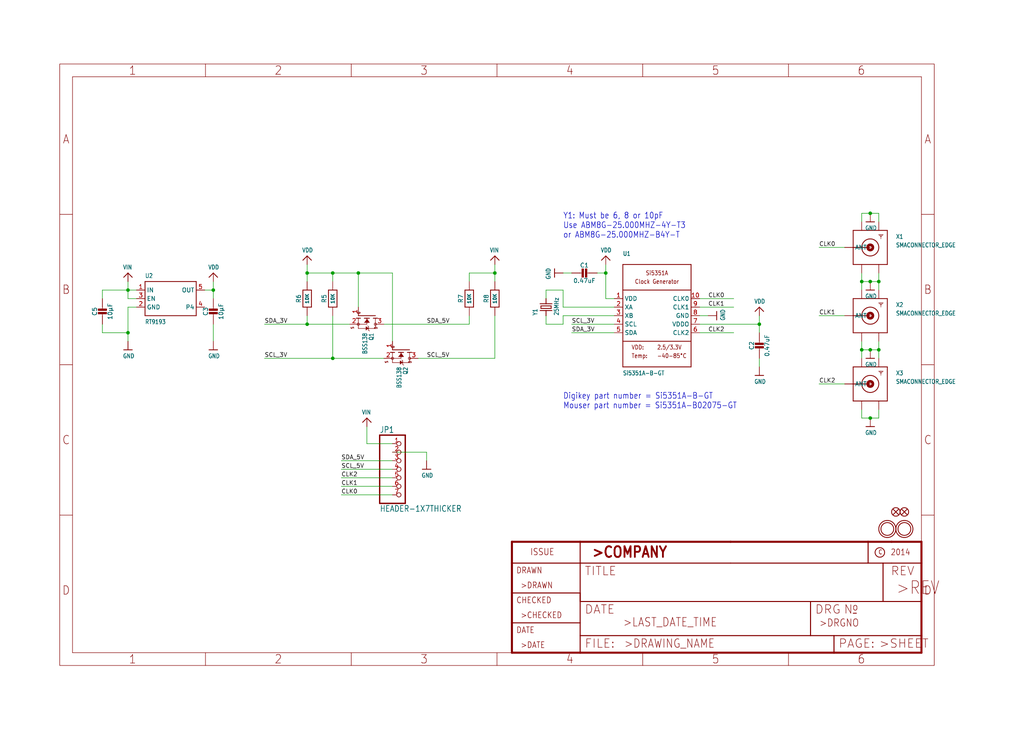
<source format=kicad_sch>
(kicad_sch (version 20211123) (generator eeschema)
  (paper "User" 304.851 217.881)
  (lib_symbols
    (symbol "eagleSchem-eagle-import:CAP_CERAMIC0805-NOOUTLINE"
      (property "Reference" "C" (at -2.29 1.25 90))
      (property "Value" "CAP_CERAMIC0805-NOOUTLINE" (at 2.3 1.25 90))
      (symbol "CAP_CERAMIC0805-NOOUTLINE_1_0"
        (rectangle (start -1.27 0.508) (end 1.27 1.016) (fill (type outline)))
        (rectangle (start -1.27 1.524) (end 1.27 2.032) (fill (type outline)))
        (polyline (pts (xy 0 0.762) (xy 0 0)) (stroke (width 0.1524)))
        (polyline (pts (xy 0 2.54) (xy 0 1.778)) (stroke (width 0.1524)))
        (pin passive line (at 0 5.08 270) (length 2.54) (name "1") (number "1"))
        (pin passive line (at 0 -2.54 90) (length 2.54) (name "2") (number "2"))
      )
    )
    (symbol "eagleSchem-eagle-import:CRYSTAL3.2X2.5"
      (property "Reference" "Y" (at -2.54 2.54 0))
      (property "Value" "CRYSTAL3.2X2.5" (at -2.54 -3.81 0))
      (symbol "CRYSTAL3.2X2.5_1_0"
        (polyline (pts (xy -2.54 0) (xy -1.016 0)) (stroke (width 0.254)))
        (polyline (pts (xy -1.016 0) (xy -1.016 -1.778)) (stroke (width 0.254)))
        (polyline (pts (xy -1.016 1.778) (xy -1.016 0)) (stroke (width 0.254)))
        (polyline (pts (xy -0.381 -1.524) (xy 0.381 -1.524)) (stroke (width 0.254)))
        (polyline (pts (xy -0.381 1.524) (xy -0.381 -1.524)) (stroke (width 0.254)))
        (polyline (pts (xy 0.381 -1.524) (xy 0.381 1.524)) (stroke (width 0.254)))
        (polyline (pts (xy 0.381 1.524) (xy -0.381 1.524)) (stroke (width 0.254)))
        (polyline (pts (xy 1.016 0) (xy 1.016 -1.778)) (stroke (width 0.254)))
        (polyline (pts (xy 1.016 1.778) (xy 1.016 0)) (stroke (width 0.254)))
        (polyline (pts (xy 2.54 0) (xy 1.016 0)) (stroke (width 0.254)))
        (pin passive line (at -2.54 0 0) (length 0) (name "1") (number "1"))
        (pin passive line (at 2.54 0 180) (length 0) (name "2") (number "2"))
      )
    )
    (symbol "eagleSchem-eagle-import:FIDUCIAL{dblquote}{dblquote}"
      (symbol "FIDUCIAL{dblquote}{dblquote}_1_0"
        (polyline (pts (xy -0.762 0.762) (xy 0.762 -0.762)) (stroke (width 0.254)))
        (polyline (pts (xy 0.762 0.762) (xy -0.762 -0.762)) (stroke (width 0.254)))
        (circle (center 0 0) (radius 1.27) (stroke (width 0.254)))
      )
    )
    (symbol "eagleSchem-eagle-import:FRAME_A4"
      (symbol "FRAME_A4_1_0"
        (polyline (pts (xy 0 44.7675) (xy 3.81 44.7675)))
        (polyline (pts (xy 0 89.535) (xy 3.81 89.535)))
        (polyline (pts (xy 0 134.3025) (xy 3.81 134.3025)))
        (polyline (pts (xy 3.81 3.81) (xy 3.81 175.26)))
        (polyline (pts (xy 43.3917 0) (xy 43.3917 3.81)))
        (polyline (pts (xy 43.3917 175.26) (xy 43.3917 179.07)))
        (polyline (pts (xy 86.7833 0) (xy 86.7833 3.81)))
        (polyline (pts (xy 86.7833 175.26) (xy 86.7833 179.07)))
        (polyline (pts (xy 130.175 0) (xy 130.175 3.81)))
        (polyline (pts (xy 130.175 175.26) (xy 130.175 179.07)))
        (polyline (pts (xy 173.5667 0) (xy 173.5667 3.81)))
        (polyline (pts (xy 173.5667 175.26) (xy 173.5667 179.07)))
        (polyline (pts (xy 216.9583 0) (xy 216.9583 3.81)))
        (polyline (pts (xy 216.9583 175.26) (xy 216.9583 179.07)))
        (polyline (pts (xy 256.54 3.81) (xy 3.81 3.81)))
        (polyline (pts (xy 256.54 3.81) (xy 256.54 8.89)) (stroke (width 0.1016)))
        (polyline (pts (xy 256.54 3.81) (xy 256.54 175.26)))
        (polyline (pts (xy 256.54 8.89) (xy 256.54 13.97)) (stroke (width 0.1016)))
        (polyline (pts (xy 256.54 13.97) (xy 256.54 19.05)) (stroke (width 0.1016)))
        (polyline (pts (xy 256.54 19.05) (xy 256.54 36.83)) (stroke (width 0.1016)))
        (polyline (pts (xy 256.54 44.7675) (xy 260.35 44.7675)))
        (polyline (pts (xy 256.54 89.535) (xy 260.35 89.535)))
        (polyline (pts (xy 256.54 134.3025) (xy 260.35 134.3025)))
        (polyline (pts (xy 256.54 175.26) (xy 3.81 175.26)))
        (polyline (pts (xy 0 0) (xy 260.35 0) (xy 260.35 179.07) (xy 0 179.07) (xy 0 0)))
        (text "1" (at 21.6958 1.905 0) (effects (font (size 2.54 2.286))))
        (text "1" (at 21.6958 177.165 0) (effects (font (size 2.54 2.286))))
        (text "2" (at 65.0875 1.905 0) (effects (font (size 2.54 2.286))))
        (text "2" (at 65.0875 177.165 0) (effects (font (size 2.54 2.286))))
        (text "3" (at 108.4792 1.905 0) (effects (font (size 2.54 2.286))))
        (text "3" (at 108.4792 177.165 0) (effects (font (size 2.54 2.286))))
        (text "4" (at 151.8708 1.905 0) (effects (font (size 2.54 2.286))))
        (text "4" (at 151.8708 177.165 0) (effects (font (size 2.54 2.286))))
        (text "5" (at 195.2625 1.905 0) (effects (font (size 2.54 2.286))))
        (text "5" (at 195.2625 177.165 0) (effects (font (size 2.54 2.286))))
        (text "6" (at 238.6542 1.905 0) (effects (font (size 2.54 2.286))))
        (text "6" (at 238.6542 177.165 0) (effects (font (size 2.54 2.286))))
        (text "A" (at 1.905 156.6863 0) (effects (font (size 2.54 2.286))))
        (text "A" (at 258.445 156.6863 0) (effects (font (size 2.54 2.286))))
        (text "B" (at 1.905 111.9188 0) (effects (font (size 2.54 2.286))))
        (text "B" (at 258.445 111.9188 0) (effects (font (size 2.54 2.286))))
        (text "C" (at 1.905 67.1513 0) (effects (font (size 2.54 2.286))))
        (text "C" (at 258.445 67.1513 0) (effects (font (size 2.54 2.286))))
        (text "D" (at 1.905 22.3838 0) (effects (font (size 2.54 2.286))))
        (text "D" (at 258.445 22.3838 0) (effects (font (size 2.54 2.286))))
      )
      (symbol "FRAME_A4_2_0"
        (polyline (pts (xy 0 1.27) (xy 20.32 1.27)) (stroke (width 0.6096)))
        (polyline (pts (xy 0 10.16) (xy 0 1.27)) (stroke (width 0.6096)))
        (polyline (pts (xy 0 10.16) (xy 20.32 10.16)) (stroke (width 0.3048)))
        (polyline (pts (xy 0 19.05) (xy 0 10.16)) (stroke (width 0.6096)))
        (polyline (pts (xy 0 19.05) (xy 20.32 19.05)) (stroke (width 0.3048)))
        (polyline (pts (xy 0 27.94) (xy 0 19.05)) (stroke (width 0.6096)))
        (polyline (pts (xy 0 27.94) (xy 20.32 27.94)) (stroke (width 0.3048)))
        (polyline (pts (xy 0 34.29) (xy 0 27.94)) (stroke (width 0.6096)))
        (polyline (pts (xy 20.32 1.27) (xy 20.32 6.35)) (stroke (width 0.3048)))
        (polyline (pts (xy 20.32 1.27) (xy 95.885 1.27)) (stroke (width 0.6096)))
        (polyline (pts (xy 20.32 6.35) (xy 20.32 10.16)) (stroke (width 0.3048)))
        (polyline (pts (xy 20.32 6.35) (xy 88.9 6.35)) (stroke (width 0.3048)))
        (polyline (pts (xy 20.32 10.16) (xy 20.32 19.05)) (stroke (width 0.3048)))
        (polyline (pts (xy 20.32 16.51) (xy 20.32 19.05)) (stroke (width 0.3048)))
        (polyline (pts (xy 20.32 19.05) (xy 20.32 27.94)) (stroke (width 0.3048)))
        (polyline (pts (xy 20.32 27.94) (xy 20.32 34.29)) (stroke (width 0.3048)))
        (polyline (pts (xy 20.32 27.94) (xy 65.0875 27.94)) (stroke (width 0.3048)))
        (polyline (pts (xy 20.32 34.29) (xy 0 34.29)) (stroke (width 0.6096)))
        (polyline (pts (xy 65.0875 27.94) (xy 106.045 27.94)) (stroke (width 0.3048)))
        (polyline (pts (xy 65.0875 34.29) (xy 20.32 34.29)) (stroke (width 0.6096)))
        (polyline (pts (xy 88.9 6.35) (xy 95.885 6.35)) (stroke (width 0.3048)))
        (polyline (pts (xy 88.9 16.51) (xy 20.32 16.51)) (stroke (width 0.3048)))
        (polyline (pts (xy 88.9 16.51) (xy 88.9 6.35)) (stroke (width 0.3048)))
        (polyline (pts (xy 95.885 1.27) (xy 121.92 1.27)) (stroke (width 0.6096)))
        (polyline (pts (xy 95.885 6.35) (xy 95.885 1.27)) (stroke (width 0.3048)))
        (polyline (pts (xy 95.885 6.35) (xy 121.92 6.35)) (stroke (width 0.3048)))
        (polyline (pts (xy 101.6 13.0175) (xy 102.5525 13.0175)) (stroke (width 0.254)))
        (polyline (pts (xy 106.045 27.94) (xy 106.045 34.29)) (stroke (width 0.3048)))
        (polyline (pts (xy 106.045 27.94) (xy 110.49 27.94)) (stroke (width 0.3048)))
        (polyline (pts (xy 106.045 34.29) (xy 65.0875 34.29)) (stroke (width 0.6096)))
        (polyline (pts (xy 110.49 16.51) (xy 88.9 16.51)) (stroke (width 0.3048)))
        (polyline (pts (xy 110.49 27.94) (xy 110.49 16.51)) (stroke (width 0.3048)))
        (polyline (pts (xy 110.49 27.94) (xy 113.03 27.94)) (stroke (width 0.3048)))
        (polyline (pts (xy 113.03 27.94) (xy 121.92 27.94)) (stroke (width 0.3048)))
        (polyline (pts (xy 113.03 34.29) (xy 106.045 34.29)) (stroke (width 0.6096)))
        (polyline (pts (xy 121.92 6.35) (xy 121.92 1.27)) (stroke (width 0.6096)))
        (polyline (pts (xy 121.92 16.51) (xy 110.49 16.51)) (stroke (width 0.3048)))
        (polyline (pts (xy 121.92 16.51) (xy 121.92 6.35)) (stroke (width 0.6096)))
        (polyline (pts (xy 121.92 27.94) (xy 121.92 16.51)) (stroke (width 0.6096)))
        (polyline (pts (xy 121.92 34.29) (xy 113.03 34.29)) (stroke (width 0.6096)))
        (polyline (pts (xy 121.92 34.29) (xy 121.92 27.94)) (stroke (width 0.6096)))
        (circle (center 109.5375 31.115) (radius 1.4199) (stroke (width 0.254)))
        (text "2014" (at 112.7125 30.1625 0) (effects (font (size 1.778 1.5113)) (justify left bottom)))
        (text ">CHECKED" (at 2.54 11.43 0) (effects (font (size 1.778 1.5113)) (justify left bottom)))
        (text ">COMPANY" (at 23.6538 29.3687 0) (effects (font (size 3.175 2.6987) (thickness 0.5397) bold) (justify left bottom)))
        (text ">DATE" (at 2.54 2.54 0) (effects (font (size 1.778 1.5113)) (justify left bottom)))
        (text ">DRAWING_NAME" (at 33.3375 2.54 0) (effects (font (size 2.54 2.159)) (justify left bottom)))
        (text ">DRAWN" (at 2.54 20.32 0) (effects (font (size 1.778 1.5113)) (justify left bottom)))
        (text ">DRGNO" (at 91.44 8.89 0) (effects (font (size 2.1844 1.8567)) (justify left bottom)))
        (text ">LAST_DATE_TIME" (at 33.02 8.89 0) (effects (font (size 2.54 2.159)) (justify left bottom)))
        (text ">REV" (at 114.3 18.415 0) (effects (font (size 3.81 3.2385)) (justify left bottom)))
        (text ">SHEET" (at 109.22 2.54 0) (effects (font (size 2.54 2.54)) (justify left bottom)))
        (text "C" (at 109.0612 30.48 0) (effects (font (size 1.27 1.0795)) (justify left bottom)))
        (text "CHECKED" (at 1.27 15.875 0) (effects (font (size 1.778 1.5113)) (justify left bottom)))
        (text "DATE" (at 1.27 6.985 0) (effects (font (size 1.778 1.5113)) (justify left bottom)))
        (text "DATE" (at 21.59 12.7 0) (effects (font (size 2.54 2.54)) (justify left bottom)))
        (text "DRAWN" (at 1.27 24.765 0) (effects (font (size 1.778 1.5113)) (justify left bottom)))
        (text "DRG" (at 90.17 12.7 0) (effects (font (size 2.54 2.54)) (justify left bottom)))
        (text "FILE:" (at 21.59 2.54 0) (effects (font (size 2.54 2.54)) (justify left bottom)))
        (text "ISSUE" (at 5.3975 30.1625 0) (effects (font (size 1.9304 1.6408)) (justify left bottom)))
        (text "N" (at 98.7425 12.7 0) (effects (font (size 2.54 2.54)) (justify left bottom)))
        (text "o" (at 101.2825 13.6525 0) (effects (font (size 2.1844 1.8567)) (justify left bottom)))
        (text "PAGE:" (at 97.155 2.54 0) (effects (font (size 2.54 2.54)) (justify left bottom)))
        (text "REV" (at 112.7125 24.13 0) (effects (font (size 2.54 2.54)) (justify left bottom)))
        (text "TITLE" (at 21.59 24.13 0) (effects (font (size 2.54 2.54)) (justify left bottom)))
      )
    )
    (symbol "eagleSchem-eagle-import:GND" (power)
      (property "Value" "GND" (at -1.524 -2.54 0))
      (symbol "GND_1_0"
        (polyline (pts (xy -1.27 0) (xy 1.27 0)) (stroke (width 0.254)))
        (pin power_in line (at 0 2.54 270) (length 2.54) (name "GND") (number "1"))
      )
    )
    (symbol "eagleSchem-eagle-import:HEADER-1X7THICKER"
      (property "Reference" "JP" (at -6.35 10.795 0))
      (property "Value" "HEADER-1X7THICKER" (at -6.35 -12.7 0))
      (symbol "HEADER-1X7THICKER_1_0"
        (polyline (pts (xy -6.35 -10.16) (xy 1.27 -10.16)) (stroke (width 0.4064)))
        (polyline (pts (xy -6.35 10.16) (xy -6.35 -10.16)) (stroke (width 0.4064)))
        (polyline (pts (xy 1.27 -10.16) (xy 1.27 10.16)) (stroke (width 0.4064)))
        (polyline (pts (xy 1.27 10.16) (xy -6.35 10.16)) (stroke (width 0.4064)))
        (pin passive inverted (at -2.54 7.62 0) (length 2.54) (name "1") (number "1"))
        (pin passive inverted (at -2.54 5.08 0) (length 2.54) (name "2") (number "2"))
        (pin passive inverted (at -2.54 2.54 0) (length 2.54) (name "3") (number "3"))
        (pin passive inverted (at -2.54 0 0) (length 2.54) (name "4") (number "4"))
        (pin passive inverted (at -2.54 -2.54 0) (length 2.54) (name "5") (number "5"))
        (pin passive inverted (at -2.54 -5.08 0) (length 2.54) (name "6") (number "6"))
        (pin passive inverted (at -2.54 -7.62 0) (length 2.54) (name "7") (number "7"))
      )
    )
    (symbol "eagleSchem-eagle-import:MOSFET-NWIDE"
      (property "Reference" "Q" (at 5.08 0.635 0))
      (property "Value" "MOSFET-NWIDE" (at 5.08 -1.27 0))
      (symbol "MOSFET-NWIDE_1_0"
        (polyline (pts (xy 0 2.54) (xy 0 -2.54)) (stroke (width 0.254)))
        (polyline (pts (xy 0.762 -2.54) (xy 0.762 -3.175)) (stroke (width 0.254)))
        (polyline (pts (xy 0.762 -1.905) (xy 0.762 -2.54)) (stroke (width 0.254)))
        (polyline (pts (xy 0.762 0) (xy 0.762 -0.762)) (stroke (width 0.254)))
        (polyline (pts (xy 0.762 0) (xy 2.54 0)) (stroke (width 0.1524)))
        (polyline (pts (xy 0.762 0.762) (xy 0.762 0)) (stroke (width 0.254)))
        (polyline (pts (xy 0.762 2.54) (xy 0.762 1.905)) (stroke (width 0.254)))
        (polyline (pts (xy 0.762 2.54) (xy 3.81 2.54)) (stroke (width 0.1524)))
        (polyline (pts (xy 0.762 3.175) (xy 0.762 2.54)) (stroke (width 0.254)))
        (polyline (pts (xy 2.54 -2.54) (xy 0.762 -2.54)) (stroke (width 0.1524)))
        (polyline (pts (xy 2.54 -2.54) (xy 3.81 -2.54)) (stroke (width 0.1524)))
        (polyline (pts (xy 2.54 0) (xy 2.54 -2.54)) (stroke (width 0.1524)))
        (polyline (pts (xy 3.302 0.508) (xy 3.048 0.254)) (stroke (width 0.1524)))
        (polyline (pts (xy 3.81 0.508) (xy 3.302 0.508)) (stroke (width 0.1524)))
        (polyline (pts (xy 3.81 0.508) (xy 3.81 -2.54)) (stroke (width 0.1524)))
        (polyline (pts (xy 3.81 2.54) (xy 3.81 0.508)) (stroke (width 0.1524)))
        (polyline (pts (xy 4.318 0.508) (xy 3.81 0.508)) (stroke (width 0.1524)))
        (polyline (pts (xy 4.572 0.762) (xy 4.318 0.508)) (stroke (width 0.1524)))
        (polyline (pts (xy 1.016 0) (xy 2.032 0.762) (xy 2.032 -0.762)) (fill (type outline)))
        (polyline (pts (xy 3.81 0.508) (xy 3.302 -0.254) (xy 4.318 -0.254)) (fill (type outline)))
        (circle (center 2.54 -2.54) (radius 0.3592))
        (circle (center 2.54 2.54) (radius 0.3592))
        (text "D" (at 3.175 3.175 0) (effects (font (size 0.8128 0.6908)) (justify left bottom)))
        (text "G" (at -1.27 -1.905 0) (effects (font (size 0.8128 0.6908)) (justify left bottom)))
        (text "S" (at 3.175 -3.81 0) (effects (font (size 0.8128 0.6908)) (justify left bottom)))
        (pin bidirectional line (at -2.54 -2.54 0) (length 2.54) (name "G") (number "1"))
        (pin bidirectional line (at 2.54 -5.08 90) (length 2.54) (name "S") (number "2"))
        (pin bidirectional line (at 2.54 5.08 270) (length 2.54) (name "D") (number "3"))
      )
    )
    (symbol "eagleSchem-eagle-import:MOUNTINGHOLE2.5"
      (symbol "MOUNTINGHOLE2.5_1_0"
        (circle (center 0 0) (radius 1.905) (stroke (width 0.254)))
        (circle (center 0 0) (radius 2.54) (stroke (width 0.254)))
      )
    )
    (symbol "eagleSchem-eagle-import:RESISTOR0805_NOOUTLINE"
      (property "Reference" "R" (at 0 2.54 0))
      (property "Value" "RESISTOR0805_NOOUTLINE" (at 0 0 0))
      (symbol "RESISTOR0805_NOOUTLINE_1_0"
        (polyline (pts (xy -2.54 -1.27) (xy -2.54 1.27)) (stroke (width 0.254)))
        (polyline (pts (xy -2.54 1.27) (xy 2.54 1.27)) (stroke (width 0.254)))
        (polyline (pts (xy 2.54 -1.27) (xy -2.54 -1.27)) (stroke (width 0.254)))
        (polyline (pts (xy 2.54 1.27) (xy 2.54 -1.27)) (stroke (width 0.254)))
        (pin passive line (at -5.08 0 0) (length 2.54) (name "1") (number "1"))
        (pin passive line (at 5.08 0 180) (length 2.54) (name "2") (number "2"))
      )
    )
    (symbol "eagleSchem-eagle-import:SI5351A"
      (property "Reference" "U" (at -10.16 17.78 0))
      (property "Value" "SI5351A" (at -10.16 -17.78 0))
      (symbol "SI5351A_1_0"
        (polyline (pts (xy -10.16 -15.24) (xy 10.16 -15.24)) (stroke (width 0.254)))
        (polyline (pts (xy -10.16 -7.62) (xy -10.16 -15.24)) (stroke (width 0.254)))
        (polyline (pts (xy -10.16 -7.62) (xy -10.16 7.62)) (stroke (width 0.254)))
        (polyline (pts (xy -10.16 7.62) (xy -10.16 15.24)) (stroke (width 0.254)))
        (polyline (pts (xy -10.16 7.62) (xy 10.16 7.62)) (stroke (width 0.254)))
        (polyline (pts (xy -10.16 15.24) (xy 10.16 15.24)) (stroke (width 0.254)))
        (polyline (pts (xy 10.16 -15.24) (xy 10.16 -7.62)) (stroke (width 0.254)))
        (polyline (pts (xy 10.16 -7.62) (xy -10.16 -7.62)) (stroke (width 0.254)))
        (polyline (pts (xy 10.16 7.62) (xy 10.16 -7.62)) (stroke (width 0.254)))
        (polyline (pts (xy 10.16 15.24) (xy 10.16 7.62)) (stroke (width 0.254)))
        (text "-40-85°C" (at 0 -12.7 0) (effects (font (size 1.27 1.0795)) (justify left bottom)))
        (text "2.5/3.3V" (at 0 -10.16 0) (effects (font (size 1.27 1.0795)) (justify left bottom)))
        (text "Clock Generator" (at 0 10.16 0) (effects (font (size 1.27 1.0795))))
        (text "Si5351A" (at 0 12.7 0) (effects (font (size 1.27 1.0795))))
        (text "Temp:" (at -7.62 -12.7 0) (effects (font (size 1.27 1.0795)) (justify left bottom)))
        (text "VDD:" (at -7.62 -10.16 0) (effects (font (size 1.27 1.0795)) (justify left bottom)))
        (pin power_in line (at -12.7 5.08 0) (length 2.54) (name "VDD") (number "1"))
        (pin output line (at 12.7 5.08 180) (length 2.54) (name "CLK0") (number "10"))
        (pin input line (at -12.7 2.54 0) (length 2.54) (name "XA") (number "2"))
        (pin input line (at -12.7 0 0) (length 2.54) (name "XB") (number "3"))
        (pin input line (at -12.7 -2.54 0) (length 2.54) (name "SCL") (number "4"))
        (pin bidirectional line (at -12.7 -5.08 0) (length 2.54) (name "SDA") (number "5"))
        (pin output line (at 12.7 -5.08 180) (length 2.54) (name "CLK2") (number "6"))
        (pin power_in line (at 12.7 -2.54 180) (length 2.54) (name "VDDO") (number "7"))
        (pin power_in line (at 12.7 0 180) (length 2.54) (name "GND") (number "8"))
        (pin output line (at 12.7 2.54 180) (length 2.54) (name "CLK1") (number "9"))
      )
    )
    (symbol "eagleSchem-eagle-import:SMACONNECTOR_EDGE"
      (property "Reference" "X" (at 7.62 2.54 0))
      (property "Value" "SMACONNECTOR_EDGE" (at 7.62 0 0))
      (symbol "SMACONNECTOR_EDGE_1_0"
        (polyline (pts (xy -5.08 -5.08) (xy -5.08 0)) (stroke (width 0.254)))
        (polyline (pts (xy -5.08 0) (xy -5.08 5.08)) (stroke (width 0.254)))
        (polyline (pts (xy -5.08 0) (xy 0 0)) (stroke (width 0.254)))
        (polyline (pts (xy -5.08 5.08) (xy 5.08 5.08)) (stroke (width 0.254)))
        (polyline (pts (xy 2.54 3.81) (xy 3.175 3.81)) (stroke (width 0.127)))
        (polyline (pts (xy 3.175 3.175) (xy 2.54 3.81)) (stroke (width 0.127)))
        (polyline (pts (xy 3.175 3.81) (xy 3.175 2.54)) (stroke (width 0.127)))
        (polyline (pts (xy 3.175 3.81) (xy 3.81 3.81)) (stroke (width 0.127)))
        (polyline (pts (xy 3.81 3.81) (xy 3.175 3.175)) (stroke (width 0.127)))
        (polyline (pts (xy 5.08 -5.08) (xy -5.08 -5.08)) (stroke (width 0.254)))
        (polyline (pts (xy 5.08 5.08) (xy 5.08 -5.08)) (stroke (width 0.254)))
        (circle (center 0 0) (radius 0.3592) (stroke (width 0.8128)))
        (circle (center 0 0) (radius 2.54) (stroke (width 0.254)))
        (pin power_in line (at 2.54 -7.62 90) (length 2.54) (name "GND4") (number "GND@1"))
        (pin power_in line (at -2.54 -7.62 90) (length 2.54) (name "GND3") (number "GND@2"))
        (pin power_in line (at 2.54 7.62 270) (length 2.54) (name "GND2") (number "GND@3"))
        (pin power_in line (at -2.54 7.62 270) (length 2.54) (name "GND1") (number "GND@4"))
        (pin bidirectional line (at -7.62 0 0) (length 2.54) (name "ANT") (number "P"))
      )
    )
    (symbol "eagleSchem-eagle-import:VDD" (power)
      (property "Value" "VDD" (at -1.524 1.016 0))
      (symbol "VDD_1_0"
        (polyline (pts (xy -1.27 -1.27) (xy 0 0)) (stroke (width 0.254)))
        (polyline (pts (xy 0 0) (xy 1.27 -1.27)) (stroke (width 0.254)))
        (pin power_in line (at 0 -2.54 90) (length 2.54) (name "VDD") (number "1"))
      )
    )
    (symbol "eagleSchem-eagle-import:VIN" (power)
      (property "Value" "VIN" (at -1.524 1.016 0))
      (symbol "VIN_1_0"
        (polyline (pts (xy -1.27 -1.27) (xy 0 0)) (stroke (width 0.254)))
        (polyline (pts (xy 0 0) (xy 1.27 -1.27)) (stroke (width 0.254)))
        (pin power_in line (at 0 -2.54 90) (length 2.54) (name "VIN") (number "1"))
      )
    )
    (symbol "eagleSchem-eagle-import:VREG_SOT23-5"
      (property "Reference" "U" (at -7.62 6.096 0))
      (property "Value" "VREG_SOT23-5" (at -7.62 -7.62 0))
      (symbol "VREG_SOT23-5_1_0"
        (polyline (pts (xy -7.62 -5.08) (xy -7.62 5.08)) (stroke (width 0.254)))
        (polyline (pts (xy -7.62 5.08) (xy 7.62 5.08)) (stroke (width 0.254)))
        (polyline (pts (xy 7.62 -5.08) (xy -7.62 -5.08)) (stroke (width 0.254)))
        (polyline (pts (xy 7.62 5.08) (xy 7.62 -5.08)) (stroke (width 0.254)))
        (pin power_in line (at -10.16 2.54 0) (length 2.54) (name "IN") (number "1"))
        (pin power_in line (at -10.16 -2.54 0) (length 2.54) (name "GND") (number "2"))
        (pin input line (at -10.16 0 0) (length 2.54) (name "EN") (number "3"))
        (pin bidirectional line (at 10.16 -2.54 180) (length 2.54) (name "P4") (number "4"))
        (pin power_in line (at 10.16 2.54 180) (length 2.54) (name "OUT") (number "5"))
      )
    )
  )
  (junction (at 91.44 81.28))
  (junction (at 256.54 104.14))
  (junction (at 259.08 83.82))
  (junction (at 106.68 81.28))
  (junction (at 256.54 83.82))
  (junction (at 259.08 104.14))
  (junction (at 99.06 81.28))
  (junction (at 259.08 63.5))
  (junction (at 261.62 83.82))
  (junction (at 91.44 96.52))
  (junction (at 180.34 81.28))
  (junction (at 38.1 99.06))
  (junction (at 147.32 81.28))
  (junction (at 63.5 86.36))
  (junction (at 261.62 104.14))
  (junction (at 38.1 86.36))
  (junction (at 226.06 96.52))
  (junction (at 99.06 106.68))
  (junction (at 259.08 124.46))
  (wire (pts (xy 256.54 83.82) (xy 256.54 86.36)))
  (wire (pts (xy 256.54 81.28) (xy 256.54 83.82)))
  (wire (pts (xy 180.34 88.9) (xy 180.34 81.28)))
  (wire (pts (xy 226.06 106.68) (xy 226.06 109.22)))
  (wire (pts (xy 170.18 81.28) (xy 167.64 81.28)))
  (wire (pts (xy 91.44 83.82) (xy 91.44 81.28)))
  (wire (pts (xy 251.46 73.66) (xy 243.84 73.66)))
  (wire (pts (xy 109.22 132.08) (xy 109.22 127)))
  (wire (pts (xy 116.84 132.08) (xy 109.22 132.08)))
  (wire (pts (xy 63.5 96.52) (xy 63.5 101.6)))
  (wire (pts (xy 104.14 96.52) (xy 91.44 96.52)))
  (wire (pts (xy 226.06 96.52) (xy 226.06 99.06)))
  (wire (pts (xy 147.32 106.68) (xy 147.32 93.98)))
  (wire (pts (xy 261.62 101.6) (xy 261.62 104.14)))
  (wire (pts (xy 162.56 96.52) (xy 162.56 93.98)))
  (wire (pts (xy 177.8 81.28) (xy 180.34 81.28)))
  (wire (pts (xy 259.08 83.82) (xy 256.54 83.82)))
  (wire (pts (xy 226.06 96.52) (xy 226.06 93.98)))
  (wire (pts (xy 251.46 114.3) (xy 243.84 114.3)))
  (wire (pts (xy 139.7 83.82) (xy 139.7 81.28)))
  (wire (pts (xy 106.68 81.28) (xy 99.06 81.28)))
  (wire (pts (xy 167.64 96.52) (xy 162.56 96.52)))
  (wire (pts (xy 256.54 63.5) (xy 259.08 63.5)))
  (wire (pts (xy 261.62 66.04) (xy 261.62 63.5)))
  (wire (pts (xy 30.48 86.36) (xy 30.48 88.9)))
  (wire (pts (xy 116.84 147.32) (xy 101.6 147.32)))
  (wire (pts (xy 38.1 86.36) (xy 38.1 83.82)))
  (wire (pts (xy 40.64 86.36) (xy 38.1 86.36)))
  (wire (pts (xy 106.68 91.44) (xy 106.68 81.28)))
  (wire (pts (xy 261.62 83.82) (xy 261.62 86.36)))
  (wire (pts (xy 101.6 139.7) (xy 116.84 139.7)))
  (wire (pts (xy 116.84 142.24) (xy 101.6 142.24)))
  (wire (pts (xy 60.96 86.36) (xy 63.5 86.36)))
  (wire (pts (xy 259.08 104.14) (xy 261.62 104.14)))
  (wire (pts (xy 182.88 88.9) (xy 180.34 88.9)))
  (wire (pts (xy 127 134.62) (xy 127 137.16)))
  (wire (pts (xy 182.88 99.06) (xy 170.18 99.06)))
  (wire (pts (xy 167.64 91.44) (xy 167.64 86.36)))
  (wire (pts (xy 116.84 81.28) (xy 106.68 81.28)))
  (wire (pts (xy 124.46 106.68) (xy 147.32 106.68)))
  (wire (pts (xy 101.6 137.16) (xy 116.84 137.16)))
  (wire (pts (xy 256.54 124.46) (xy 259.08 124.46)))
  (wire (pts (xy 256.54 101.6) (xy 256.54 104.14)))
  (wire (pts (xy 99.06 93.98) (xy 99.06 106.68)))
  (wire (pts (xy 40.64 88.9) (xy 38.1 88.9)))
  (wire (pts (xy 91.44 93.98) (xy 91.44 96.52)))
  (wire (pts (xy 259.08 83.82) (xy 261.62 83.82)))
  (wire (pts (xy 63.5 86.36) (xy 63.5 88.9)))
  (wire (pts (xy 261.62 124.46) (xy 259.08 124.46)))
  (wire (pts (xy 256.54 66.04) (xy 256.54 63.5)))
  (wire (pts (xy 91.44 96.52) (xy 78.74 96.52)))
  (wire (pts (xy 251.46 93.98) (xy 243.84 93.98)))
  (wire (pts (xy 208.28 91.44) (xy 218.44 91.44)))
  (wire (pts (xy 99.06 106.68) (xy 78.74 106.68)))
  (wire (pts (xy 147.32 81.28) (xy 147.32 78.74)))
  (wire (pts (xy 139.7 96.52) (xy 139.7 93.98)))
  (wire (pts (xy 116.84 101.6) (xy 116.84 81.28)))
  (wire (pts (xy 261.62 63.5) (xy 259.08 63.5)))
  (wire (pts (xy 208.28 99.06) (xy 218.44 99.06)))
  (wire (pts (xy 208.28 93.98) (xy 210.82 93.98)))
  (wire (pts (xy 38.1 99.06) (xy 30.48 99.06)))
  (wire (pts (xy 99.06 81.28) (xy 91.44 81.28)))
  (wire (pts (xy 167.64 93.98) (xy 167.64 96.52)))
  (wire (pts (xy 99.06 83.82) (xy 99.06 81.28)))
  (wire (pts (xy 261.62 121.92) (xy 261.62 124.46)))
  (wire (pts (xy 38.1 99.06) (xy 38.1 101.6)))
  (wire (pts (xy 256.54 106.68) (xy 256.54 104.14)))
  (wire (pts (xy 182.88 93.98) (xy 167.64 93.98)))
  (wire (pts (xy 38.1 88.9) (xy 38.1 86.36)))
  (wire (pts (xy 40.64 91.44) (xy 38.1 91.44)))
  (wire (pts (xy 116.84 134.62) (xy 127 134.62)))
  (wire (pts (xy 116.84 144.78) (xy 101.6 144.78)))
  (wire (pts (xy 261.62 81.28) (xy 261.62 83.82)))
  (wire (pts (xy 256.54 121.92) (xy 256.54 124.46)))
  (wire (pts (xy 38.1 86.36) (xy 30.48 86.36)))
  (wire (pts (xy 208.28 88.9) (xy 218.44 88.9)))
  (wire (pts (xy 139.7 81.28) (xy 147.32 81.28)))
  (wire (pts (xy 167.64 86.36) (xy 162.56 86.36)))
  (wire (pts (xy 114.3 106.68) (xy 99.06 106.68)))
  (wire (pts (xy 256.54 104.14) (xy 259.08 104.14)))
  (wire (pts (xy 38.1 91.44) (xy 38.1 99.06)))
  (wire (pts (xy 182.88 91.44) (xy 167.64 91.44)))
  (wire (pts (xy 30.48 99.06) (xy 30.48 96.52)))
  (wire (pts (xy 261.62 104.14) (xy 261.62 106.68)))
  (wire (pts (xy 182.88 96.52) (xy 170.18 96.52)))
  (wire (pts (xy 180.34 81.28) (xy 180.34 78.74)))
  (wire (pts (xy 208.28 96.52) (xy 226.06 96.52)))
  (wire (pts (xy 147.32 83.82) (xy 147.32 81.28)))
  (wire (pts (xy 91.44 81.28) (xy 91.44 78.74)))
  (wire (pts (xy 63.5 86.36) (xy 63.5 83.82)))
  (wire (pts (xy 162.56 86.36) (xy 162.56 88.9)))
  (wire (pts (xy 114.3 96.52) (xy 139.7 96.52)))
  (text "Digikey part number = Si5351A-B-GT\nMouser part number = Si5351A-B02075-GT" (at 167.64 121.92 180) (effects (font (size 1.778 1.5113)) (justify left bottom)))
  (text "Y1: Must be 6, 8 or 10pF\nUse ABM8G-25.000MHZ-4Y-T3\nor ABM8G-25.000MHZ-B4Y-T" (at 167.64 71.12 180) (effects (font (size 1.778 1.5113)) (justify left bottom)))
  (label "CLK0" (at 243.84 73.66 0) (effects (font (size 1.2446 1.2446))))
  (label "CLK1" (at 243.84 93.98 0) (effects (font (size 1.2446 1.2446))))
  (label "CLK2" (at 210.82 99.06 0) (effects (font (size 1.2446 1.2446))))
  (label "SCL_3V" (at 170.18 96.52 0) (effects (font (size 1.2446 1.2446))))
  (label "SDA_5V" (at 101.6 137.16 0) (effects (font (size 1.2446 1.2446))))
  (label "SDA_3V" (at 78.74 96.52 0) (effects (font (size 1.2446 1.2446))))
  (label "CLK1" (at 101.6 144.78 0) (effects (font (size 1.2446 1.2446))))
  (label "CLK1" (at 210.82 91.44 0) (effects (font (size 1.2446 1.2446))))
  (label "CLK2" (at 101.6 142.24 0) (effects (font (size 1.2446 1.2446))))
  (label "SDA_5V" (at 127 96.52 0) (effects (font (size 1.2446 1.2446))))
  (label "SDA_3V" (at 170.18 99.06 0) (effects (font (size 1.2446 1.2446))))
  (label "SCL_3V" (at 78.74 106.68 0) (effects (font (size 1.2446 1.2446))))
  (label "CLK0" (at 210.82 88.9 0) (effects (font (size 1.2446 1.2446))))
  (label "SCL_5V" (at 127 106.68 0) (effects (font (size 1.2446 1.2446))))
  (label "SCL_5V" (at 101.6 139.7 0) (effects (font (size 1.2446 1.2446))))
  (label "CLK0" (at 101.6 147.32 0) (effects (font (size 1.2446 1.2446))))
  (label "CLK2" (at 243.84 114.3 0) (effects (font (size 1.2446 1.2446))))
  (symbol (lib_id "eagleSchem-eagle-import:VREG_SOT23-5") (at 50.8 88.9 0) (unit 1)
    (property "Reference" "U2" (at 43.18 82.804 0) (effects (font (size 1.27 1.0795)) (justify left bottom)))
    (property "Value" "RT9193" (at 43.18 96.52 0) (effects (font (size 1.27 1.0795)) (justify left bottom)))
    (property "Footprint" "eagleSchem:SOT23-5" (effects hide))
  )
  (symbol (lib_id "eagleSchem-eagle-import:GND") (at 259.08 86.36 0) (unit 1)
    (property "Reference" "#U$8" (effects hide))
    (property "Value" "GND" (at 257.556 88.9 0) (effects (font (size 1.27 1.0795)) (justify left bottom)))
    (property "Footprint" "eagleSchem:" (effects hide))
  )
  (symbol (lib_id "eagleSchem-eagle-import:CAP_CERAMIC0805-NOOUTLINE") (at 172.72 81.28 270) (unit 1)
    (property "Reference" "C1" (at 173.97 78.99 90))
    (property "Value" "0.47uF" (at 173.97 83.58 90))
    (property "Footprint" "eagleSchem:0805-NO" (effects hide))
  )
  (symbol (lib_id "eagleSchem-eagle-import:SI5351A") (at 195.58 93.98 0) (unit 1)
    (property "Reference" "U1" (at 185.42 76.2 0) (effects (font (size 1.27 1.0795)) (justify left bottom)))
    (property "Value" "Si5351A-B-GT" (at 185.42 111.76 0) (effects (font (size 1.27 1.0795)) (justify left bottom)))
    (property "Footprint" "eagleSchem:MSOP10" (effects hide))
  )
  (symbol (lib_id "eagleSchem-eagle-import:SMACONNECTOR_EDGE") (at 259.08 73.66 0) (unit 1)
    (property "Reference" "X1" (at 266.7 71.12 0) (effects (font (size 1.27 1.0795)) (justify left bottom)))
    (property "Value" "SMACONNECTOR_EDGE" (at 266.7 73.66 0) (effects (font (size 1.27 1.0795)) (justify left bottom)))
    (property "Footprint" "eagleSchem:SMA_EDGELAUNCH" (effects hide))
  )
  (symbol (lib_id "eagleSchem-eagle-import:VIN") (at 147.32 76.2 0) (unit 1)
    (property "Reference" "#U$15" (effects hide))
    (property "Value" "VIN" (at 145.796 75.184 0) (effects (font (size 1.27 1.0795)) (justify left bottom)))
    (property "Footprint" "eagleSchem:" (effects hide))
  )
  (symbol (lib_id "eagleSchem-eagle-import:FRAME_A4") (at 152.4 195.58 0) (unit 2)
    (property "Reference" "#FRAME1" (effects hide))
    (property "Value" "FRAME_A4" (effects hide))
    (property "Footprint" "eagleSchem:" (effects hide))
  )
  (symbol (lib_id "eagleSchem-eagle-import:VDD") (at 226.06 91.44 0) (unit 1)
    (property "Reference" "#U$1" (effects hide))
    (property "Value" "VDD" (at 224.536 90.424 0) (effects (font (size 1.27 1.0795)) (justify left bottom)))
    (property "Footprint" "eagleSchem:" (effects hide))
  )
  (symbol (lib_id "eagleSchem-eagle-import:SMACONNECTOR_EDGE") (at 259.08 114.3 0) (unit 1)
    (property "Reference" "X3" (at 266.7 111.76 0) (effects (font (size 1.27 1.0795)) (justify left bottom)))
    (property "Value" "SMACONNECTOR_EDGE" (at 266.7 114.3 0) (effects (font (size 1.27 1.0795)) (justify left bottom)))
    (property "Footprint" "eagleSchem:SMA_EDGELAUNCH" (effects hide))
  )
  (symbol (lib_id "eagleSchem-eagle-import:RESISTOR0805_NOOUTLINE") (at 99.06 88.9 90) (unit 1)
    (property "Reference" "R5" (at 96.52 88.9 0))
    (property "Value" "10K" (at 99.06 88.9 0) (effects (font (size 1.016 1.016) bold)))
    (property "Footprint" "eagleSchem:0805-NO" (effects hide))
  )
  (symbol (lib_id "eagleSchem-eagle-import:MOSFET-NWIDE") (at 119.38 104.14 270) (unit 1)
    (property "Reference" "Q2" (at 120.015 109.22 0) (effects (font (size 1.27 1.0795)) (justify left bottom)))
    (property "Value" "BSS138" (at 118.11 109.22 0) (effects (font (size 1.27 1.0795)) (justify left bottom)))
    (property "Footprint" "eagleSchem:SOT23-WIDE" (effects hide))
  )
  (symbol (lib_id "eagleSchem-eagle-import:GND") (at 259.08 106.68 0) (unit 1)
    (property "Reference" "#U$7" (effects hide))
    (property "Value" "GND" (at 257.556 109.22 0) (effects (font (size 1.27 1.0795)) (justify left bottom)))
    (property "Footprint" "eagleSchem:" (effects hide))
  )
  (symbol (lib_id "eagleSchem-eagle-import:FIDUCIAL{dblquote}{dblquote}") (at 269.24 152.4 0) (unit 1)
    (property "Reference" "FID1" (effects hide))
    (property "Value" "FIDUCIAL{dblquote}{dblquote}" (effects hide))
    (property "Footprint" "eagleSchem:FIDUCIAL_1MM" (effects hide))
  )
  (symbol (lib_id "eagleSchem-eagle-import:CAP_CERAMIC0805-NOOUTLINE") (at 63.5 93.98 0) (unit 1)
    (property "Reference" "C3" (at 61.21 92.73 90))
    (property "Value" "10µF" (at 65.8 92.73 90))
    (property "Footprint" "eagleSchem:0805-NO" (effects hide))
  )
  (symbol (lib_id "eagleSchem-eagle-import:MOUNTINGHOLE2.5") (at 264.16 157.48 0) (unit 1)
    (property "Reference" "U$11" (effects hide))
    (property "Value" "MOUNTINGHOLE2.5" (effects hide))
    (property "Footprint" "eagleSchem:MOUNTINGHOLE_2.5_PLATED" (effects hide))
  )
  (symbol (lib_id "eagleSchem-eagle-import:RESISTOR0805_NOOUTLINE") (at 139.7 88.9 90) (unit 1)
    (property "Reference" "R7" (at 137.16 88.9 0))
    (property "Value" "10K" (at 139.7 88.9 0) (effects (font (size 1.016 1.016) bold)))
    (property "Footprint" "eagleSchem:0805-NO" (effects hide))
  )
  (symbol (lib_id "eagleSchem-eagle-import:MOSFET-NWIDE") (at 109.22 93.98 270) (unit 1)
    (property "Reference" "Q1" (at 109.855 99.06 0) (effects (font (size 1.27 1.0795)) (justify left bottom)))
    (property "Value" "BSS138" (at 107.95 99.06 0) (effects (font (size 1.27 1.0795)) (justify left bottom)))
    (property "Footprint" "eagleSchem:SOT23-WIDE" (effects hide))
  )
  (symbol (lib_id "eagleSchem-eagle-import:CAP_CERAMIC0805-NOOUTLINE") (at 30.48 93.98 0) (unit 1)
    (property "Reference" "C5" (at 28.19 92.73 90))
    (property "Value" "10µF" (at 32.78 92.73 90))
    (property "Footprint" "eagleSchem:0805-NO" (effects hide))
  )
  (symbol (lib_id "eagleSchem-eagle-import:VIN") (at 38.1 81.28 0) (unit 1)
    (property "Reference" "#U$16" (effects hide))
    (property "Value" "VIN" (at 36.576 80.264 0) (effects (font (size 1.27 1.0795)) (justify left bottom)))
    (property "Footprint" "eagleSchem:" (effects hide))
  )
  (symbol (lib_id "eagleSchem-eagle-import:MOUNTINGHOLE2.5") (at 269.24 157.48 0) (unit 1)
    (property "Reference" "U$10" (effects hide))
    (property "Value" "MOUNTINGHOLE2.5" (effects hide))
    (property "Footprint" "eagleSchem:MOUNTINGHOLE_2.5_PLATED" (effects hide))
  )
  (symbol (lib_id "eagleSchem-eagle-import:CRYSTAL3.2X2.5") (at 162.56 91.44 90) (unit 1)
    (property "Reference" "Y1" (at 160.02 93.98 0) (effects (font (size 1.27 1.0795)) (justify left bottom)))
    (property "Value" "25MHz" (at 166.37 93.98 0) (effects (font (size 1.27 1.0795)) (justify left bottom)))
    (property "Footprint" "eagleSchem:CRYSTAL_3.2X2.5" (effects hide))
  )
  (symbol (lib_id "eagleSchem-eagle-import:CAP_CERAMIC0805-NOOUTLINE") (at 226.06 104.14 0) (unit 1)
    (property "Reference" "C2" (at 223.77 102.89 90))
    (property "Value" "0.47uF" (at 228.36 102.89 90))
    (property "Footprint" "eagleSchem:0805-NO" (effects hide))
  )
  (symbol (lib_id "eagleSchem-eagle-import:VDD") (at 91.44 76.2 0) (unit 1)
    (property "Reference" "#U$14" (effects hide))
    (property "Value" "VDD" (at 89.916 75.184 0) (effects (font (size 1.27 1.0795)) (justify left bottom)))
    (property "Footprint" "eagleSchem:" (effects hide))
  )
  (symbol (lib_id "eagleSchem-eagle-import:FRAME_A4") (at 17.78 198.12 0) (unit 1)
    (property "Reference" "#FRAME1" (effects hide))
    (property "Value" "FRAME_A4" (effects hide))
    (property "Footprint" "eagleSchem:" (effects hide))
  )
  (symbol (lib_id "eagleSchem-eagle-import:VIN") (at 109.22 124.46 0) (unit 1)
    (property "Reference" "#U$20" (effects hide))
    (property "Value" "VIN" (at 107.696 123.444 0) (effects (font (size 1.27 1.0795)) (justify left bottom)))
    (property "Footprint" "eagleSchem:" (effects hide))
  )
  (symbol (lib_id "eagleSchem-eagle-import:RESISTOR0805_NOOUTLINE") (at 91.44 88.9 90) (unit 1)
    (property "Reference" "R6" (at 88.9 88.9 0))
    (property "Value" "10K" (at 91.44 88.9 0) (effects (font (size 1.016 1.016) bold)))
    (property "Footprint" "eagleSchem:0805-NO" (effects hide))
  )
  (symbol (lib_id "eagleSchem-eagle-import:GND") (at 127 139.7 0) (unit 1)
    (property "Reference" "#U$21" (effects hide))
    (property "Value" "GND" (at 125.476 142.24 0) (effects (font (size 1.27 1.0795)) (justify left bottom)))
    (property "Footprint" "eagleSchem:" (effects hide))
  )
  (symbol (lib_id "eagleSchem-eagle-import:VDD") (at 63.5 81.28 0) (unit 1)
    (property "Reference" "#U$18" (effects hide))
    (property "Value" "VDD" (at 61.976 80.264 0) (effects (font (size 1.27 1.0795)) (justify left bottom)))
    (property "Footprint" "eagleSchem:" (effects hide))
  )
  (symbol (lib_id "eagleSchem-eagle-import:FIDUCIAL{dblquote}{dblquote}") (at 266.7 152.4 0) (unit 1)
    (property "Reference" "FID2" (effects hide))
    (property "Value" "FIDUCIAL{dblquote}{dblquote}" (effects hide))
    (property "Footprint" "eagleSchem:FIDUCIAL_1MM" (effects hide))
  )
  (symbol (lib_id "eagleSchem-eagle-import:RESISTOR0805_NOOUTLINE") (at 147.32 88.9 90) (unit 1)
    (property "Reference" "R8" (at 144.78 88.9 0))
    (property "Value" "10K" (at 147.32 88.9 0) (effects (font (size 1.016 1.016) bold)))
    (property "Footprint" "eagleSchem:0805-NO" (effects hide))
  )
  (symbol (lib_id "eagleSchem-eagle-import:GND") (at 259.08 127 0) (unit 1)
    (property "Reference" "#U$6" (effects hide))
    (property "Value" "GND" (at 257.556 129.54 0) (effects (font (size 1.27 1.0795)) (justify left bottom)))
    (property "Footprint" "eagleSchem:" (effects hide))
  )
  (symbol (lib_id "eagleSchem-eagle-import:HEADER-1X7THICKER") (at 119.38 139.7 0) (unit 1)
    (property "Reference" "JP1" (at 113.03 128.905 0) (effects (font (size 1.778 1.5113)) (justify left bottom)))
    (property "Value" "HEADER-1X7THICKER" (at 113.03 152.4 0) (effects (font (size 1.778 1.5113)) (justify left bottom)))
    (property "Footprint" "eagleSchem:1X07_ROUND_76" (effects hide))
  )
  (symbol (lib_id "eagleSchem-eagle-import:VDD") (at 180.34 76.2 0) (unit 1)
    (property "Reference" "#U$19" (effects hide))
    (property "Value" "VDD" (at 178.816 75.184 0) (effects (font (size 1.27 1.0795)) (justify left bottom)))
    (property "Footprint" "eagleSchem:" (effects hide))
  )
  (symbol (lib_id "eagleSchem-eagle-import:GND") (at 226.06 111.76 0) (unit 1)
    (property "Reference" "#U$5" (effects hide))
    (property "Value" "GND" (at 224.536 114.3 0) (effects (font (size 1.27 1.0795)) (justify left bottom)))
    (property "Footprint" "eagleSchem:" (effects hide))
  )
  (symbol (lib_id "eagleSchem-eagle-import:GND") (at 259.08 66.04 0) (unit 1)
    (property "Reference" "#U$9" (effects hide))
    (property "Value" "GND" (at 257.556 68.58 0) (effects (font (size 1.27 1.0795)) (justify left bottom)))
    (property "Footprint" "eagleSchem:" (effects hide))
  )
  (symbol (lib_id "eagleSchem-eagle-import:SMACONNECTOR_EDGE") (at 259.08 93.98 0) (unit 1)
    (property "Reference" "X2" (at 266.7 91.44 0) (effects (font (size 1.27 1.0795)) (justify left bottom)))
    (property "Value" "SMACONNECTOR_EDGE" (at 266.7 93.98 0) (effects (font (size 1.27 1.0795)) (justify left bottom)))
    (property "Footprint" "eagleSchem:SMA_EDGELAUNCH" (effects hide))
  )
  (symbol (lib_id "eagleSchem-eagle-import:GND") (at 213.36 93.98 90) (unit 1)
    (property "Reference" "#U$3" (effects hide))
    (property "Value" "GND" (at 215.9 95.504 0) (effects (font (size 1.27 1.0795)) (justify left bottom)))
    (property "Footprint" "eagleSchem:" (effects hide))
  )
  (symbol (lib_id "eagleSchem-eagle-import:GND") (at 63.5 104.14 0) (unit 1)
    (property "Reference" "#U$2" (effects hide))
    (property "Value" "GND" (at 61.976 106.68 0) (effects (font (size 1.27 1.0795)) (justify left bottom)))
    (property "Footprint" "eagleSchem:" (effects hide))
  )
  (symbol (lib_id "eagleSchem-eagle-import:GND") (at 38.1 104.14 0) (unit 1)
    (property "Reference" "#U$17" (effects hide))
    (property "Value" "GND" (at 36.576 106.68 0) (effects (font (size 1.27 1.0795)) (justify left bottom)))
    (property "Footprint" "eagleSchem:" (effects hide))
  )
  (symbol (lib_id "eagleSchem-eagle-import:GND") (at 165.1 81.28 270) (unit 1)
    (property "Reference" "#U$4" (effects hide))
    (property "Value" "GND" (at 162.56 79.756 0) (effects (font (size 1.27 1.0795)) (justify left bottom)))
    (property "Footprint" "eagleSchem:" (effects hide))
  )
)
</source>
